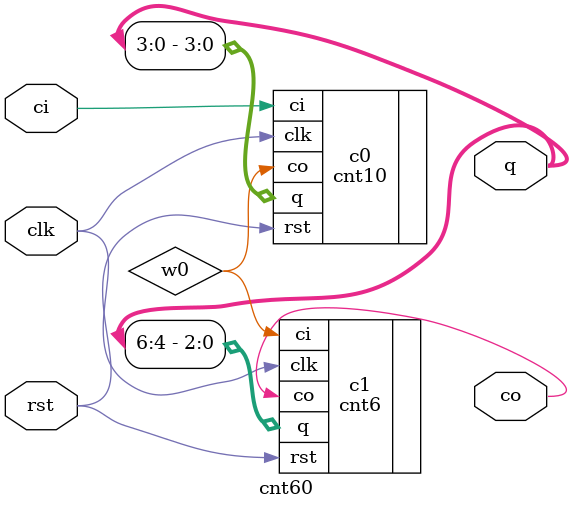
<source format=v>
`timescale 1ns/1ns

module cnt60(clk, rst, ci, co, q);
	input        clk, rst;
	input        ci;
	output       co;
	output [6:0] q;
	wire         w0;
	
	cnt10 c0(.clk(clk), .rst(rst), .ci(ci), .co(w0), .q(q[3:0]));
	cnt6  c1(.clk(clk), .rst(rst), .ci(w0), .co(co), .q(q[6:4]));
	
endmodule

</source>
